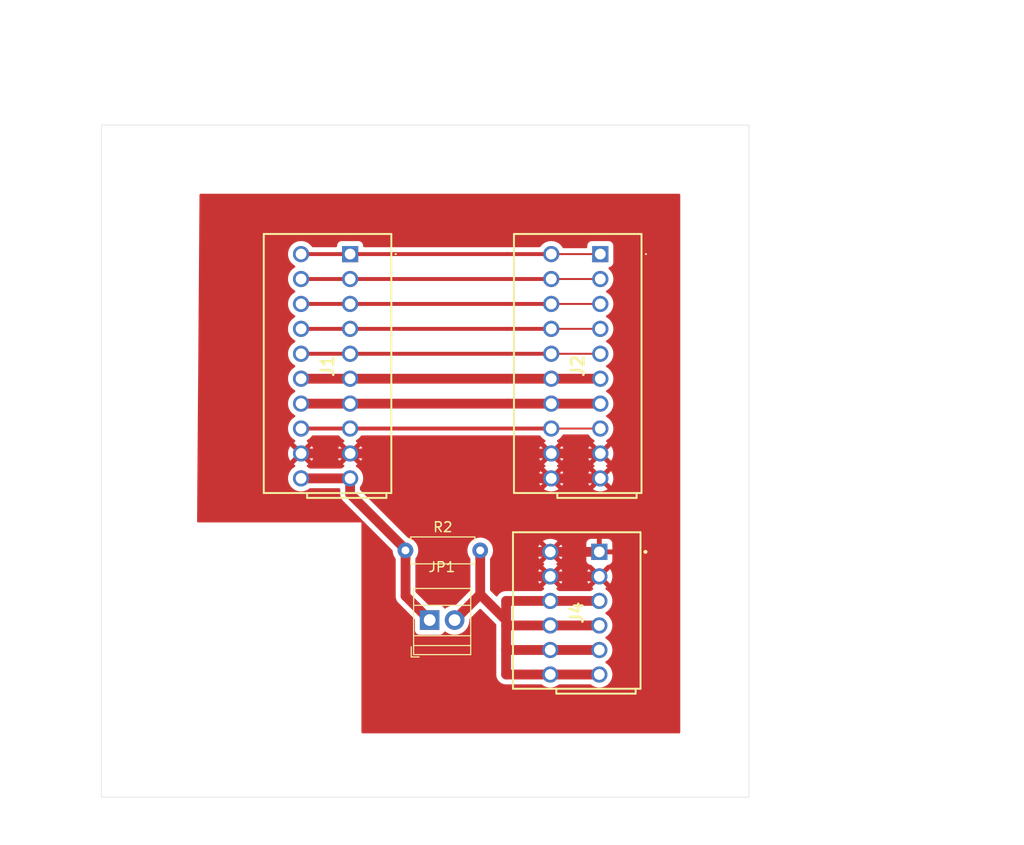
<source format=kicad_pcb>
(kicad_pcb (version 20240108) (generator "pcbnew") (generator_version "8.0")
  (layers (0 "F.Cu" power) (31 "B.Cu" signal) (34 "B.Paste" user) (35 "F.Paste" user) (36 "B.SilkS" user "B.Silkscreen") (37 "F.SilkS" user "F.Silkscreen") (38 "B.Mask" user) (39 "F.Mask" user) (44 "Edge.Cuts" user))
  (net 0 "")
  (net 1 "Gnd")
  (net 2 "Bb2")
  (net 3 "Bb10")
  (net 4 "Gnd2")
  (net 5 "Reserve")
  (net 6 "Stb2")
  (net 7 "LED")
  (net 8 "Stb10")
  (net 9 "Auto")
  (net 10 "3.3V")
  (net 11 "Net-(J1-10.1)")
  (footprint "MountingHole:MountingHole_2.5mm" (layer "F.Cu") (at 27.4 82.7)
    (property "Reference" "REF**" (hide yes))
    (property "Value" "MountingHole_2.5mm" (hide yes))
    (pad "" np_thru_hole circle (at 0 0) (size 2.5 2.5) (drill 2.5) (layers "F&B.Cu" "*.Mask"))
  )
  (footprint "MountingHole:MountingHole_2.5mm" (layer "F.Cu") (at 27.4 22.8)
    (property "Reference" "REF**" (hide yes))
    (property "Value" "MountingHole_2.5mm" (hide yes))
    (pad "" np_thru_hole circle (at 0 0) (size 2.5 2.5) (drill 2.5) (layers "*.Cu" "*.Mask"))
  )
  (footprint "TerminalBlock_WAGO:218510" (layer "F.Cu") (at 47.6 31.4 -90)
    (property "Reference" "J1" (at 11.4 2.3 -90) (layer "F.SilkS") (effects (font (size 1.27 1.27) (thickness 0.254))))
    (property "Value" "218-510" (hide yes))
    (fp_line (start -2.05 8.8) (end -2.05 -4.2) (stroke (width 0.2)) (layer "F.SilkS"))
    (fp_line (start 24.35 8.8) (end -2.05 8.8) (stroke (width 0.2)) (layer "F.SilkS"))
    (fp_line (start 24.85 4.381) (end 24.35 4.381) (stroke (width 0.2)) (layer "F.SilkS"))
    (fp_line (start 24.35 -3.7) (end 24.85 -3.7) (stroke (width 0.2)) (layer "F.SilkS"))
    (fp_line (start 24.85 -3.7) (end 24.85 4.381) (stroke (width 0.2)) (layer "F.SilkS"))
    (fp_line (start -2.05 -4.2) (end 24.35 -4.2) (stroke (width 0.2)) (layer "F.SilkS"))
    (fp_line (start 24.35 -4.2) (end 24.35 8.8) (stroke (width 0.2)) (layer "F.SilkS"))
    (fp_line (start 0 -4.6) (end 0 -4.6) (stroke (width 0.1)) (layer "F.SilkS"))
    (fp_line (start 0 -4.7) (end 0 -4.7) (stroke (width 0.1)) (layer "F.SilkS"))
    (fp_arc (start 0 -4.6) (mid -0.05 -4.65) (end 0 -4.7) (stroke (width 0.1)) (layer "F.SilkS"))
    (fp_arc (start 0 -4.7) (mid 0.05 -4.65) (end 0 -4.6) (stroke (width 0.1)) (layer "F.SilkS"))
    (pad "1" thru_hole rect (at 0 0 270) (size 1.65 1.65) (drill 1.1) (layers "*.Cu" "*.Mask") (net 9 "Auto"))
    (pad "2" thru_hole circle (at 0 5 270) (size 1.65 1.65) (drill 1.1) (layers "*.Cu" "*.Mask") (net 9 "Auto"))
    (pad "3" thru_hole circle (at 2.54 0 270) (size 1.65 1.65) (drill 1.1) (layers "*.Cu" "*.Mask") (net 8 "Stb10"))
    (pad "4" thru_hole circle (at 2.54 5 270) (size 1.65 1.65) (drill 1.1) (layers "*.Cu" "*.Mask") (net 8 "Stb10"))
    (pad "5" thru_hole circle (at 5.08 0 270) (size 1.65 1.65) (drill 1.1) (layers "*.Cu" "*.Mask") (net 6 "Stb2"))
    (pad "6" thru_hole circle (at 5.08 5 270) (size 1.65 1.65) (drill 1.1) (layers "*.Cu" "*.Mask") (net 6 "Stb2"))
    (pad "7" thru_hole circle (at 7.62 0 270) (size 1.65 1.65) (drill 1.1) (layers "*.Cu" "*.Mask") (net 3 "Bb10"))
    (pad "8" thru_hole circle (at 7.62 5 270) (size 1.65 1.65) (drill 1.1) (layers "*.Cu" "*.Mask") (net 3 "Bb10"))
    (pad "9" thru_hole circle (at 10.16 0 270) (size 1.65 1.65) (drill 1.1) (layers "*.Cu" "*.Mask") (net 2 "Bb2"))
    (pad "10" thru_hole circle (at 10.16 5 270) (size 1.65 1.65) (drill 1.1) (layers "*.Cu" "*.Mask") (net 2 "Bb2"))
    (pad "11" thru_hole circle (at 12.7 0 270) (size 1.65 1.65) (drill 1.1) (layers "*.Cu" "*.Mask") (net 7 "LED"))
    (pad "12" thru_hole circle (at 12.7 5 270) (size 1.65 1.65) (drill 1.1) (layers "*.Cu" "*.Mask") (net 7 "LED"))
    (pad "13" thru_hole circle (at 15.24 0 270) (size 1.65 1.65) (drill 1.1) (layers "*.Cu" "*.Mask") (net 4 "Gnd2"))
    (pad "14" thru_hole circle (at 15.24 5 270) (size 1.65 1.65) (drill 1.1) (layers "*.Cu" "*.Mask") (net 4 "Gnd2"))
    (pad "15" thru_hole circle (at 17.78 0 270) (size 1.65 1.65) (drill 1.1) (layers "*.Cu" "*.Mask") (net 5 "Reserve"))
    (pad "16" thru_hole circle (at 17.78 5 270) (size 1.65 1.65) (drill 1.1) (layers "*.Cu" "*.Mask") (net 5 "Reserve"))
    (pad "17" thru_hole circle (at 20.32 0 270) (size 1.65 1.65) (drill 1.1) (layers "*.Cu" "*.Mask") (net 1 "Gnd"))
    (pad "18" thru_hole circle (at 20.32 5 270) (size 1.65 1.65) (drill 1.1) (layers "*.Cu" "*.Mask") (net 1 "Gnd"))
    (pad "19" thru_hole circle (at 22.86 0 270) (size 1.65 1.65) (drill 1.1) (layers "*.Cu" "*.Mask") (net 11 "Net-(J1-10.1)"))
    (pad "20" thru_hole circle (at 22.86 5 270) (size 1.65 1.65) (drill 1.1) (layers "*.Cu" "*.Mask") (net 11 "Net-(J1-10.1)"))
  )
  (footprint "MountingHole:MountingHole_6.4mm_M6" (layer "F.Cu") (at 28.25 66.75)
    (property "Reference" "REF**" (hide yes))
    (property "Value" "MountingHole_6.4mm_M6" (hide yes))
    (pad "" np_thru_hole circle (at 0 0) (size 6.4 6.4) (drill 6.4) (layers "*.Cu" "*.Mask"))
  )
  (footprint "TerminalBlock:TerminalBlock_Xinya_XY308-2.54-2P_1x02_P2.54mm_Horizontal" (layer "F.Cu") (at 55.71 68.7)
    (property "Reference" "JP1" (at 1.24 -5.4 0) (layer "F.SilkS"))
    (property "Value" "Jumper_2_Open")
    (fp_line (start -1.88 2.72) (end -1.88 3.76) (stroke (width 0.12)) (layer "F.SilkS"))
    (fp_line (start -1.88 3.76) (end -1.08 3.76) (stroke (width 0.12)) (layer "F.SilkS"))
    (fp_line (start -1.64 -3.22) (end -1.64 3.52) (stroke (width 0.12)) (layer "F.SilkS"))
    (fp_line (start -1.64 -3.22) (end 4.18 -3.22) (stroke (width 0.12)) (layer "F.SilkS"))
    (fp_line (start -1.64 -1.501) (end 4.18 -1.501) (stroke (width 0.12)) (layer "F.SilkS"))
    (fp_line (start -1.64 1.6) (end 4.18 1.6) (stroke (width 0.12)) (layer "F.SilkS"))
    (fp_line (start -1.64 2.6) (end 4.18 2.6) (stroke (width 0.12)) (layer "F.SilkS"))
    (fp_line (start -1.64 3.52) (end 4.18 3.52) (stroke (width 0.12)) (layer "F.SilkS"))
    (fp_line (start 4.18 -3.22) (end 4.18 3.52) (stroke (width 0.12)) (layer "F.SilkS"))
    (pad "1" thru_hole rect (at 0 0) (size 2 2) (drill 1.2) (layers "*.Cu" "*.Mask") (net 11 "Net-(J1-10.1)"))
    (pad "2" thru_hole circle (at 2.54 0) (size 2 2) (drill 1.2) (layers "*.Cu" "*.Mask") (net 10 "3.3V"))
  )
  (footprint "Resistor_THT:R_Axial_DIN0207_L6.3mm_D2.5mm_P7.62mm_Horizontal" (layer "F.Cu") (at 53.24 61.6)
    (property "Reference" "R2" (at 3.81 -2.37 0) (layer "F.SilkS"))
    (property "Value" "220")
    (fp_line (start 0.54 -1.37) (end 7.08 -1.37) (stroke (width 0.12)) (layer "F.SilkS"))
    (fp_line (start 0.54 -1.04) (end 0.54 -1.37) (stroke (width 0.12)) (layer "F.SilkS"))
    (fp_line (start 0.54 1.04) (end 0.54 1.37) (stroke (width 0.12)) (layer "F.SilkS"))
    (fp_line (start 0.54 1.37) (end 7.08 1.37) (stroke (width 0.12)) (layer "F.SilkS"))
    (fp_line (start 7.08 -1.37) (end 7.08 -1.04) (stroke (width 0.12)) (layer "F.SilkS"))
    (fp_line (start 7.08 1.37) (end 7.08 1.04) (stroke (width 0.12)) (layer "F.SilkS"))
    (pad "1" thru_hole circle (at 0 0) (size 1.6 1.6) (drill 0.8) (layers "*.Cu" "*.Mask") (net 11 "Net-(J1-10.1)"))
    (pad "2" thru_hole oval (at 7.62 0) (size 1.6 1.6) (drill 0.8) (layers "*.Cu" "*.Mask") (net 10 "3.3V"))
  )
  (footprint "MountingHole:MountingHole_2.5mm" (layer "F.Cu") (at 84.2 22.8)
    (property "Reference" "REF**" (hide yes))
    (property "Value" "MountingHole_2.5mm" (hide yes))
    (pad "" np_thru_hole circle (at 0 0) (size 2.5 2.5) (drill 2.5) (layers "F&B.Cu" "*.Mask"))
  )
  (footprint "MountingHole:MountingHole_6.4mm_M6" (layer "F.Cu") (at 41.75 67)
    (property "Reference" "REF**" (hide yes))
    (property "Value" "MountingHole_6.4mm_M6" (hide yes))
    (pad "" np_thru_hole circle (at 0 0) (size 6.4 6.4) (drill 6.4) (layers "F&B.Cu" "*.Mask"))
  )
  (footprint "TerminalBlock_WAGO:218510" (layer "F.Cu") (at 73.1 31.4 -90)
    (property "Reference" "J2" (at 11.4 2.3 -90) (layer "F.SilkS") (effects (font (size 1.27 1.27) (thickness 0.254))))
    (property "Value" "218-510" (hide yes))
    (fp_line (start -2.05 8.8) (end -2.05 -4.2) (stroke (width 0.2)) (layer "F.SilkS"))
    (fp_line (start 24.35 8.8) (end -2.05 8.8) (stroke (width 0.2)) (layer "F.SilkS"))
    (fp_line (start 24.85 4.381) (end 24.35 4.381) (stroke (width 0.2)) (layer "F.SilkS"))
    (fp_line (start 24.35 -3.7) (end 24.85 -3.7) (stroke (width 0.2)) (layer "F.SilkS"))
    (fp_line (start 24.85 -3.7) (end 24.85 4.381) (stroke (width 0.2)) (layer "F.SilkS"))
    (fp_line (start -2.05 -4.2) (end 24.35 -4.2) (stroke (width 0.2)) (layer "F.SilkS"))
    (fp_line (start 24.35 -4.2) (end 24.35 8.8) (stroke (width 0.2)) (layer "F.SilkS"))
    (fp_line (start 0 -4.6) (end 0 -4.6) (stroke (width 0.1)) (layer "F.SilkS"))
    (fp_line (start 0 -4.7) (end 0 -4.7) (stroke (width 0.1)) (layer "F.SilkS"))
    (fp_arc (start 0 -4.6) (mid -0.05 -4.65) (end 0 -4.7) (stroke (width 0.1)) (layer "F.SilkS"))
    (fp_arc (start 0 -4.7) (mid 0.05 -4.65) (end 0 -4.6) (stroke (width 0.1)) (layer "F.SilkS"))
    (pad "1" thru_hole rect (at 0 0 270) (size 1.65 1.65) (drill 1.1) (layers "*.Cu" "*.Mask") (net 9 "Auto"))
    (pad "2" thru_hole circle (at 0 5 270) (size 1.65 1.65) (drill 1.1) (layers "*.Cu" "*.Mask") (net 9 "Auto"))
    (pad "3" thru_hole circle (at 2.54 0 270) (size 1.65 1.65) (drill 1.1) (layers "*.Cu" "*.Mask") (net 8 "Stb10"))
    (pad "4" thru_hole circle (at 2.54 5 270) (size 1.65 1.65) (drill 1.1) (layers "*.Cu" "*.Mask") (net 8 "Stb10"))
    (pad "5" thru_hole circle (at 5.08 0 270) (size 1.65 1.65) (drill 1.1) (layers "*.Cu" "*.Mask") (net 6 "Stb2"))
    (pad "6" thru_hole circle (at 5.08 5 270) (size 1.65 1.65) (drill 1.1) (layers "*.Cu" "*.Mask") (net 6 "Stb2"))
    (pad "7" thru_hole circle (at 7.62 0 270) (size 1.65 1.65) (drill 1.1) (layers "*.Cu" "*.Mask") (net 3 "Bb10"))
    (pad "8" thru_hole circle (at 7.62 5 270) (size 1.65 1.65) (drill 1.1) (layers "*.Cu" "*.Mask") (net 3 "Bb10"))
    (pad "9" thru_hole circle (at 10.16 0 270) (size 1.65 1.65) (drill 1.1) (layers "*.Cu" "*.Mask") (net 2 "Bb2"))
    (pad "10" thru_hole circle (at 10.16 5 270) (size 1.65 1.65) (drill 1.1) (layers "*.Cu" "*.Mask") (net 2 "Bb2"))
    (pad "11" thru_hole circle (at 12.7 0 270) (size 1.65 1.65) (drill 1.1) (layers "*.Cu" "*.Mask") (net 7 "LED"))
    (pad "12" thru_hole circle (at 12.7 5 270) (size 1.65 1.65) (drill 1.1) (layers "*.Cu" "*.Mask") (net 7 "LED"))
    (pad "13" thru_hole circle (at 15.24 0 270) (size 1.65 1.65) (drill 1.1) (layers "*.Cu" "*.Mask") (net 4 "Gnd2"))
    (pad "14" thru_hole circle (at 15.24 5 270) (size 1.65 1.65) (drill 1.1) (layers "*.Cu" "*.Mask") (net 4 "Gnd2"))
    (pad "15" thru_hole circle (at 17.78 0 270) (size 1.65 1.65) (drill 1.1) (layers "*.Cu" "*.Mask") (net 5 "Reserve"))
    (pad "16" thru_hole circle (at 17.78 5 270) (size 1.65 1.65) (drill 1.1) (layers "*.Cu" "*.Mask") (net 5 "Reserve"))
    (pad "17" thru_hole circle (at 20.32 0 270) (size 1.65 1.65) (drill 1.1) (layers "*.Cu" "*.Mask") (net 1 "Gnd"))
    (pad "18" thru_hole circle (at 20.32 5 270) (size 1.65 1.65) (drill 1.1) (layers "*.Cu" "*.Mask") (net 1 "Gnd"))
    (pad "19" thru_hole circle (at 22.86 0 270) (size 1.65 1.65) (drill 1.1) (layers "*.Cu" "*.Mask") (net 1 "Gnd"))
    (pad "20" thru_hole circle (at 22.86 5 270) (size 1.65 1.65) (drill 1.1) (layers "*.Cu" "*.Mask") (net 1 "Gnd"))
  )
  (footprint "TerminalBlock_WAGO:218106" (layer "F.Cu") (at 73 61.75 -90)
    (property "Reference" "J4" (at 6.2 2.3 90) (layer "F.SilkS") (effects (font (size 1.27 1.27) (thickness 0.254))))
    (property "Value" "218-106" (hide yes))
    (fp_line (start -2 8.8) (end -2 -4.2) (stroke (width 0.2)) (layer "F.SilkS"))
    (fp_line (start 13.95 8.8) (end -2 8.8) (stroke (width 0.2)) (layer "F.SilkS"))
    (fp_line (start 14.45 4.381) (end 13.95 4.381) (stroke (width 0.2)) (layer "F.SilkS"))
    (fp_line (start 13.95 -3.7) (end 14.45 -3.7) (stroke (width 0.2)) (layer "F.SilkS"))
    (fp_line (start 14.45 -3.7) (end 14.45 4.381) (stroke (width 0.2)) (layer "F.SilkS"))
    (fp_line (start -2 -4.2) (end 13.95 -4.2) (stroke (width 0.2)) (layer "F.SilkS"))
    (fp_line (start 13.95 -4.2) (end 13.95 8.8) (stroke (width 0.2)) (layer "F.SilkS"))
    (fp_line (start 0 -4.6) (end 0 -4.6) (stroke (width 0.2)) (layer "F.SilkS"))
    (fp_line (start 0 -4.8) (end 0 -4.8) (stroke (width 0.2)) (layer "F.SilkS"))
    (fp_arc (start 0 -4.6) (mid -0.1 -4.7) (end 0 -4.8) (stroke (width 0.2)) (layer "F.SilkS"))
    (fp_arc (start 0 -4.8) (mid 0.1 -4.7) (end 0 -4.6) (stroke (width 0.2)) (layer "F.SilkS"))
    (pad "1" thru_hole rect (at 0 0 270) (size 1.65 1.65) (drill 1.1) (layers "*.Cu" "*.Mask") (net 1 "Gnd"))
    (pad "2" thru_hole circle (at 0 5 270) (size 1.65 1.65) (drill 1.1) (layers "*.Cu" "*.Mask") (net 1 "Gnd"))
    (pad "3" thru_hole circle (at 2.5 0 270) (size 1.65 1.65) (drill 1.1) (layers "*.Cu" "*.Mask") (net 1 "Gnd"))
    (pad "4" thru_hole circle (at 2.5 5 270) (size 1.65 1.65) (drill 1.1) (layers "*.Cu" "*.Mask") (net 1 "Gnd"))
    (pad "5" thru_hole circle (at 5 0 270) (size 1.65 1.65) (drill 1.1) (layers "*.Cu" "*.Mask") (net 10 "3.3V"))
    (pad "6" thru_hole circle (at 5 5 270) (size 1.65 1.65) (drill 1.1) (layers "*.Cu" "*.Mask") (net 10 "3.3V"))
    (pad "7" thru_hole circle (at 7.5 0 270) (size 1.65 1.65) (drill 1.1) (layers "*.Cu" "*.Mask") (net 10 "3.3V"))
    (pad "8" thru_hole circle (at 7.5 5 270) (size 1.65 1.65) (drill 1.1) (layers "*.Cu" "*.Mask") (net 10 "3.3V"))
    (pad "9" thru_hole circle (at 10 0 270) (size 1.65 1.65) (drill 1.1) (layers "*.Cu" "*.Mask") (net 10 "3.3V"))
    (pad "10" thru_hole circle (at 10 5 270) (size 1.65 1.65) (drill 1.1) (layers "*.Cu" "*.Mask") (net 10 "3.3V"))
    (pad "11" thru_hole circle (at 12.5 0 270) (size 1.65 1.65) (drill 1.1) (layers "*.Cu" "*.Mask") (net 10 "3.3V"))
    (pad "12" thru_hole circle (at 12.5 5 270) (size 1.65 1.65) (drill 1.1) (layers "*.Cu" "*.Mask") (net 10 "3.3V"))
  )
  (footprint "MountingHole:MountingHole_2.5mm" (layer "F.Cu") (at 84.2 82.7)
    (property "Reference" "REF**" (hide yes))
    (property "Value" "MountingHole_2.5mm" (hide yes))
    (pad "" np_thru_hole circle (at 0 0) (size 2.5 2.5) (drill 2.5) (layers "F&B.Cu" "*.Mask"))
  )
  (gr_rect (start 22.25 18.25) (end 88.25 86.75) (stroke (width 0.05)) (fill none) (layer "Edge.Cuts"))
  (segment (start 68 64.25) (end 73 64.25) (width 1) (layer "F.Cu") (net 1))
  (segment (start 63.6 51.72) (end 63.6 54.26) (width 1) (layer "F.Cu") (net 1))
  (segment (start 68.1 51.72) (end 73.1 51.72) (width 1) (layer "F.Cu") (net 1))
  (segment (start 63.5 61.75) (end 68.5 61.75) (width 1) (layer "F.Cu") (net 1))
  (segment (start 63.6 54.26) (end 68.6 54.26) (width 1) (layer "F.Cu") (net 1))
  (segment (start 63.6 51.72) (end 68.6 51.72) (width 1) (layer "F.Cu") (net 1))
  (segment (start 63.6 54.26) (end 63.6 61.65) (width 1) (layer "F.Cu") (net 1))
  (segment (start 68 61.75) (end 73 61.75) (width 1) (layer "F.Cu") (net 1))
  (segment (start 63.6 61.65) (end 63.5 61.75) (width 0.2) (layer "F.Cu") (net 1))
  (segment (start 63.5 64.25) (end 68.5 64.25) (width 1) (layer "F.Cu") (net 1))
  (segment (start 42.6 51.72) (end 47.6 51.72) (width 1) (layer "F.Cu") (net 1))
  (segment (start 63.5 61.75) (end 63.5 64.25) (width 1) (layer "F.Cu") (net 1))
  (segment (start 68.1 54.26) (end 73.1 54.26) (width 1) (layer "F.Cu") (net 1))
  (segment (start 47.6 51.72) (end 63.6 51.72) (width 1) (layer "F.Cu") (net 1))
  (segment (start 63.6 41.56) (end 68.6 41.56) (width 0.4) (layer "F.Cu") (net 2))
  (segment (start 68.1 41.56) (end 73.1 41.56) (width 0.2) (layer "F.Cu") (net 2))
  (segment (start 42.6 41.56) (end 47.6 41.56) (width 0.4) (layer "F.Cu") (net 2))
  (segment (start 47.6 41.56) (end 63.6 41.56) (width 0.4) (layer "F.Cu") (net 2))
  (segment (start 47.6 39.02) (end 63.6 39.02) (width 0.4) (layer "F.Cu") (net 3))
  (segment (start 68.1 39.02) (end 73.1 39.02) (width 0.2) (layer "F.Cu") (net 3))
  (segment (start 42.6 39.02) (end 47.6 39.02) (width 0.4) (layer "F.Cu") (net 3))
  (segment (start 63.6 39.02) (end 68.6 39.02) (width 0.4) (layer "F.Cu") (net 3))
  (segment (start 47.6 46.64) (end 63.6 46.64) (width 1) (layer "F.Cu") (net 4))
  (segment (start 68.1 46.64) (end 73.1 46.64) (width 1) (layer "F.Cu") (net 4))
  (segment (start 42.6 46.64) (end 47.6 46.64) (width 1) (layer "F.Cu") (net 4))
  (segment (start 63.6 46.64) (end 68.6 46.64) (width 1) (layer "F.Cu") (net 4))
  (segment (start 42.6 49.18) (end 47.6 49.18) (width 0.4) (layer "F.Cu") (net 5))
  (segment (start 47.6 49.18) (end 63.6 49.18) (width 0.4) (layer "F.Cu") (net 5))
  (segment (start 63.6 49.18) (end 68.6 49.18) (width 0.4) (layer "F.Cu") (net 5))
  (segment (start 68.1 49.18) (end 73.1 49.18) (width 0.2) (layer "F.Cu") (net 5))
  (segment (start 63.6 36.48) (end 68.6 36.48) (width 0.4) (layer "F.Cu") (net 6))
  (segment (start 47.6 36.48) (end 63.6 36.48) (width 0.4) (layer "F.Cu") (net 6))
  (segment (start 42.6 36.48) (end 47.6 36.48) (width 0.4) (layer "F.Cu") (net 6))
  (segment (start 68.1 36.48) (end 73.1 36.48) (width 0.2) (layer "F.Cu") (net 6))
  (segment (start 42.6 44.1) (end 47.6 44.1) (width 1) (layer "F.Cu") (net 7))
  (segment (start 68.1 44.1) (end 73.1 44.1) (width 1) (layer "F.Cu") (net 7))
  (segment (start 63.6 44.1) (end 68.6 44.1) (width 1) (layer "F.Cu") (net 7))
  (segment (start 47.6 44.1) (end 63.6 44.1) (width 1) (layer "F.Cu") (net 7))
  (segment (start 47.6 33.94) (end 63.6 33.94) (width 0.4) (layer "F.Cu") (net 8))
  (segment (start 42.6 33.94) (end 47.6 33.94) (width 0.4) (layer "F.Cu") (net 8))
  (segment (start 68.1 33.94) (end 73.1 33.94) (width 0.2) (layer "F.Cu") (net 8))
  (segment (start 63.6 33.94) (end 68.6 33.94) (width 0.4) (layer "F.Cu") (net 8))
  (segment (start 42.6 31.4) (end 47.6 31.4) (width 0.4) (layer "F.Cu") (net 9))
  (segment (start 68.1 31.4) (end 73.1 31.4) (width 0.2) (layer "F.Cu") (net 9))
  (segment (start 63.6 31.4) (end 47.6 31.4) (width 0.4) (layer "F.Cu") (net 9))
  (segment (start 63.6 31.4) (end 68.6 31.4) (width 0.4) (layer "F.Cu") (net 9))
  (segment (start 63.5 71.75) (end 68.5 71.75) (width 1) (layer "F.Cu") (net 10))
  (segment (start 63.5 66.75) (end 63.5 68.5) (width 1) (layer "F.Cu") (net 10))
  (segment (start 60.86 66.09) (end 63.27 68.5) (width 1) (layer "F.Cu") (net 10))
  (segment (start 63.5 74.25) (end 68.5 74.25) (width 1) (layer "F.Cu") (net 10))
  (segment (start 60.86 66.09) (end 58.25 68.7) (width 1) (layer "F.Cu") (net 10))
  (segment (start 63.5 68.5) (end 63.5 74.25) (width 1) (layer "F.Cu") (net 10))
  (segment (start 60.86 61.6) (end 60.86 66.09) (width 1) (layer "F.Cu") (net 10))
  (segment (start 63.5 69.25) (end 68.5 69.25) (width 1) (layer "F.Cu") (net 10))
  (segment (start 63.5 66.75) (end 68.5 66.75) (width 1) (layer "F.Cu") (net 10))
  (segment (start 68 71.75) (end 73 71.75) (width 1) (layer "F.Cu") (net 10))
  (segment (start 68 69.25) (end 73 69.25) (width 1) (layer "F.Cu") (net 10))
  (segment (start 63.27 68.5) (end 63.5 68.5) (width 0.2) (layer "F.Cu") (net 10))
  (segment (start 63.3 68.7) (end 63.5 68.5) (width 0.2) (layer "F.Cu") (net 10))
  (segment (start 68 66.75) (end 73 66.75) (width 1) (layer "F.Cu") (net 10))
  (segment (start 68 74.25) (end 73 74.25) (width 1) (layer "F.Cu") (net 10))
  (segment (start 53.24 61.6) (end 53.24 61.49) (width 1) (layer "F.Cu") (net 11))
  (segment (start 55.7 68.7) (end 55.71 68.7) (width 1) (layer "F.Cu") (net 11))
  (segment (start 47.6 55.85) (end 47.6 54.26) (width 1) (layer "F.Cu") (net 11))
  (segment (start 53.25 66.25) (end 55.7 68.7) (width 1) (layer "F.Cu") (net 11))
  (segment (start 53.24 61.6) (end 53.25 61.61) (width 1) (layer "F.Cu") (net 11))
  (segment (start 42.6 54.26) (end 47.6 54.26) (width 1) (layer "F.Cu") (net 11))
  (segment (start 53.24 61.49) (end 47.6 55.85) (width 1) (layer "F.Cu") (net 11))
  (segment (start 53.25 61.61) (end 53.25 66.25) (width 1) (layer "F.Cu") (net 11))
  (zone (net 1) (net_name "Gnd") (layer "F.Cu") (connect_pads (clearance 0.5)) (min_thickness 0.25) (fill yes (thermal_gap 0.5) (thermal_bridge_width 0.5))
    (polygon (pts (xy 32.25 25.25) (xy 81.25 25.25) (xy 81.25 80.25) (xy 48.75 80.25) (xy 48.75 58.75) (xy 32 58.75)))
  )
)
</source>
